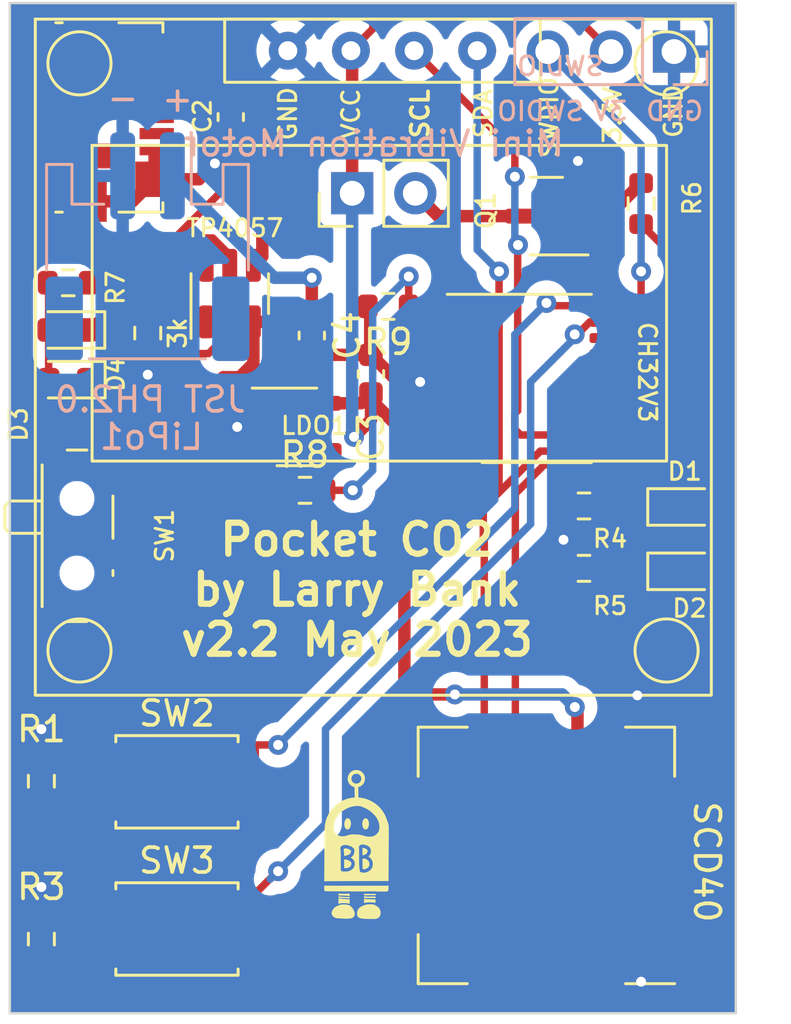
<source format=kicad_pcb>
(kicad_pcb (version 20221018) (generator pcbnew)
  (layers (0 "F.Cu" signal) (31 "B.Cu" signal) (34 "B.Paste" user) (35 "F.Paste" user) (36 "B.SilkS" user "B.Silkscreen") (37 "F.SilkS" user "F.Silkscreen") (38 "B.Mask" user) (39 "F.Mask" user) (44 "Edge.Cuts" user))
  (net 0 "")
  (net 1 "GND")
  (net 2 "+3V3")
  (net 3 "VBUS")
  (net 4 "Net-(LiPo1-Pin_1)")
  (net 5 "BATT_DIV")
  (net 7 "Net-(R1-Pad1)")
  (net 11 "Net-(Q1-G)")
  (net 13 "Net-(R3-Pad1)")
  (net 15 "Net-(D1-K)")
  (net 16 "Net-(D2-K)")
  (net 18 "Net-(CH32V3-PC1{slash}SDA1)")
  (net 19 "Net-(CH32V3-PC2{slash}SCL1)")
  (net 20 "Net-(CH32V3-PC3)")
  (net 21 "Net-(CH32V3-PC4)")
  (net 22 "Net-(CH32V3-PC5)")
  (net 25 "Net-(CH32V3-PD1{slash}SCL0)")
  (net 26 "Net-(CH32V3-PD2)")
  (net 27 "Net-(CH32V3-PD3)")
  (net 28 "Net-(LDO1-EN)")
  (net 30 "Net-(Q1-D)")
  (net 31 "Net-(TP4057-PROG)")
  (net 49 "Net-(D3-K)")
  (net 50 "Net-(D3-A)")
  (net 51 "Net-(D4-K)")
  (footprint "Resistor_SMD:R_0603_1608Metric" (layer "F.Cu") (at 148.4 68.4 180)
    (fp_text reference "R7" (at -1.9 -0.2 270) (layer "F.SilkS") (effects (font (size 0.7 0.7) (thickness 0.12) bold)))
    (fp_text value "2.2k")
    (pad "1" smd roundrect (at -0.825 0 180) (size 0.8 0.95) (layers "F.Cu" "F.Paste" "F.Mask") (net 3 "VBUS"))
    (pad "2" smd roundrect (at 0.825 0 180) (size 0.8 0.95) (layers "F.Cu" "F.Paste" "F.Mask") (net 50 "Net-(D3-A)"))
  )
  (footprint "LED_SMD:LED_0603_1608Metric" (layer "F.Cu") (at 173.2025 80.01)
    (fp_text reference "D2" (at 0.1975 1.49) (layer "F.SilkS") (effects (font (size 0.7 0.7) (thickness 0.12) bold)))
    (fp_text value "GREEN LED")
    (pad "1" smd roundrect (at -0.7875 0) (size 0.875 0.95) (layers "F.Cu" "F.Paste" "F.Mask") (net 16 "Net-(D2-K)"))
    (pad "2" smd roundrect (at 0.7875 0) (size 0.875 0.95) (layers "F.Cu" "F.Paste" "F.Mask") (net 20 "Net-(CH32V3-PC3)"))
  )
  (footprint "LED_SMD:LED_0603_1608Metric" (layer "F.Cu") (at 148.3875 70.3 180)
    (fp_text reference "D4" (at -1.9125 -1.8 270) (layer "F.SilkS") (effects (font (size 0.7 0.7) (thickness 0.12) bold)))
    (fp_text value "LED")
    (pad "1" smd roundrect (at -0.7875 0 180) (size 0.875 0.95) (layers "F.Cu" "F.Paste" "F.Mask") (net 51 "Net-(D4-K)"))
    (pad "2" smd roundrect (at 0.7875 0 180) (size 0.875 0.95) (layers "F.Cu" "F.Paste" "F.Mask") (net 50 "Net-(D3-A)"))
  )
  (footprint "Resistor_SMD:R_0603_1608Metric" (layer "F.Cu") (at 169.1525 77.38 180)
    (fp_text reference "R4" (at -1.0475 -1.32) (layer "F.SilkS") (effects (font (size 0.7 0.7) (thickness 0.12) bold)))
    (fp_text value "1k")
    (pad "1" smd roundrect (at -0.825 0 180) (size 0.8 0.95) (layers "F.Cu" "F.Paste" "F.Mask") (net 15 "Net-(D1-K)"))
    (pad "2" smd roundrect (at 0.825 0 180) (size 0.8 0.95) (layers "F.Cu" "F.Paste" "F.Mask") (net 1 "GND"))
  )
  (footprint "Package_TO_SOT_SMD:SOT-23-6" (layer "F.Cu") (at 154.9 68.8375 90)
    (fp_text reference "TP4057" (at 2.6375 0.2 180) (layer "F.SilkS") (effects (font (size 0.7 0.7) (thickness 0.12) bold)))
    (fp_text value "~")
    (pad "1" smd roundrect (at -1.1375 -0.95 90) (size 1.325 0.6) (layers "F.Cu" "F.Paste" "F.Mask") (net 49 "Net-(D3-K)"))
    (pad "2" smd roundrect (at -1.1375 0 90) (size 1.325 0.6) (layers "F.Cu" "F.Paste" "F.Mask") (net 1 "GND"))
    (pad "3" smd roundrect (at -1.1375 0.95 90) (size 1.325 0.6) (layers "F.Cu" "F.Paste" "F.Mask") (net 4 "Net-(LiPo1-Pin_1)"))
    (pad "4" smd roundrect (at 1.1375 0.95 90) (size 1.325 0.6) (layers "F.Cu" "F.Paste" "F.Mask") (net 3 "VBUS"))
    (pad "5" smd roundrect (at 1.1375 0 90) (size 1.325 0.6) (layers "F.Cu" "F.Paste" "F.Mask") (net 51 "Net-(D4-K)"))
    (pad "6" smd roundrect (at 1.1375 -0.95 90) (size 1.325 0.6) (layers "F.Cu" "F.Paste" "F.Mask") (net 31 "Net-(TP4057-PROG)"))
  )
  (footprint "LED_SMD:LED_0603_1608Metric" (layer "F.Cu") (at 173.2025 77.42)
    (fp_text reference "D1" (at 0 -1.43) (layer "F.SilkS") (effects (font (size 0.7 0.7) (thickness 0.12) bold)))
    (fp_text value "RED LED")
    (pad "1" smd roundrect (at -0.7875 0) (size 0.875 0.95) (layers "F.Cu" "F.Paste" "F.Mask") (net 15 "Net-(D1-K)"))
    (pad "2" smd roundrect (at 0.7875 0) (size 0.875 0.95) (layers "F.Cu" "F.Paste" "F.Mask") (net 21 "Net-(CH32V3-PC4)"))
  )
  (footprint "Capacitor_SMD:C_0603_1608Metric" (layer "F.Cu") (at 154.94 61.735 -90)
    (fp_text reference "C2" (at -0.035 1.14 90) (layer "F.SilkS") (effects (font (size 0.7 0.7) (thickness 0.12) bold)))
    (fp_text value "10uF")
    (pad "1" smd roundrect (at -0.775 0 270) (size 0.9 0.95) (layers "F.Cu" "F.Paste" "F.Mask") (net 3 "VBUS"))
    (pad "2" smd roundrect (at 0.775 0 270) (size 0.9 0.95) (layers "F.Cu" "F.Paste" "F.Mask") (net 1 "GND"))
  )
  (footprint "Sensor:Sensirion_SCD4x-1EP_10.1x10.1mm_P1.25mm_EP4.8x4.8mm" (layer "F.Cu") (at 167.64 91.44 180)
    (fp_text reference "SCD40" (at -6.46 -0.26 270 unlocked) (layer "F.SilkS"))
    (fp_text value "SCD41-D-R2")
    (pad "1" smd roundrect (at -4.15 -2.5 180) (size 1.9 0.85) (layers "F.Cu" "F.Paste" "F.Mask"))
    (pad "2" smd roundrect (at -4.15 -1.25 180) (size 1.9 0.85) (layers "F.Cu" "F.Paste" "F.Mask"))
    (pad "3" smd roundrect (at -4.15 0 180) (size 1.9 0.85) (layers "F.Cu" "F.Paste" "F.Mask"))
    (pad "4" smd roundrect (at -4.15 1.25 180) (size 1.9 0.85) (layers "F.Cu" "F.Paste" "F.Mask"))
    (pad "5" smd roundrect (at -4.15 2.5 180) (size 1.9 0.85) (layers "F.Cu" "F.Paste" "F.Mask"))
    (pad "6" smd roundrect (at -2.5 4.15 180) (size 0.85 1.9) (layers "F.Cu" "F.Paste" "F.Mask") (net 1 "GND"))
    (pad "7" smd roundrect (at -1.25 4.15 180) (size 0.85 1.9) (layers "F.Cu" "F.Paste" "F.Mask") (net 2 "+3V3"))
    (pad "8" smd roundrect (at 0 4.15 180) (size 0.85 1.9) (layers "F.Cu" "F.Paste" "F.Mask"))
    (pad "9" smd roundrect (at 1.25 4.15 180) (size 0.85 1.9) (layers "F.Cu" "F.Paste" "F.Mask") (net 19 "Net-(CH32V3-PC2{slash}SCL1)"))
    (pad "10" smd roundrect (at 2.5 4.15 180) (size 0.85 1.9) (layers "F.Cu" "F.Paste" "F.Mask") (net 18 "Net-(CH32V3-PC1{slash}SDA1)"))
    (pad "11" smd roundrect (at 4.15 2.5 180) (size 1.9 0.85) (layers "F.Cu" "F.Paste" "F.Mask"))
    (pad "12" smd roundrect (at 4.15 1.25 180) (size 1.9 0.85) (layers "F.Cu" "F.Paste" "F.Mask"))
    (pad "13" smd roundrect (at 4.15 0 180) (size 1.9 0.85) (layers "F.Cu" "F.Paste" "F.Mask"))
    (pad "14" smd roundrect (at 4.15 -1.25 180) (size 1.9 0.85) (layers "F.Cu" "F.Paste" "F.Mask"))
    (pad "15" smd roundrect (at 4.15 -2.5 180) (size 1.9 0.85) (layers "F.Cu" "F.Paste" "F.Mask"))
    (pad "16" smd roundrect (at 2.5 -4.15 180) (size 0.85 1.9) (layers "F.Cu" "F.Paste" "F.Mask"))
    (pad "17" smd roundrect (at 1.25 -4.15 180) (size 0.85 1.9) (layers "F.Cu" "F.Paste" "F.Mask"))
    (pad "18" smd roundrect (at 0 -4.15 180) (size 0.85 1.9) (layers "F.Cu" "F.Paste" "F.Mask"))
    (pad "19" smd roundrect (at -1.25 -4.15 180) (size 0.85 1.9) (layers "F.Cu" "F.Paste" "F.Mask") (net 2 "+3V3"))
    (pad "20" smd roundrect (at -2.5 -4.15 180) (size 0.85 1.9) (layers "F.Cu" "F.Paste" "F.Mask") (net 1 "GND"))
    (pad "21" smd rect (at 0 0 180) (size 4.8 4.8) (layers "F.Cu" "F.Mask") (net 1 "GND"))
  )
  (footprint "Resistor_SMD:R_0603_1608Metric" (layer "F.Cu") (at 151.6 70.425 90)
    (fp_text reference "R2" hide)
    (fp_text value "3k" (at 0 1.2 90) (layer "F.SilkS") (effects (font (size 0.7 0.7) (thickness 0.12) bold)))
    (pad "1" smd roundrect (at -0.825 0 90) (size 0.8 0.95) (layers "F.Cu" "F.Paste" "F.Mask") (net 1 "GND"))
    (pad "2" smd roundrect (at 0.825 0 90) (size 0.8 0.95) (layers "F.Cu" "F.Paste" "F.Mask") (net 31 "Net-(TP4057-PROG)"))
  )
  (footprint "Resistor_SMD:R_0603_1608Metric" (layer "F.Cu") (at 157.925 76.75)
    (fp_text reference "R8" (at 0 -1.43) (layer "F.SilkS"))
    (fp_text value "470K")
    (pad "1" smd roundrect (at -0.825 0) (size 0.8 0.95) (layers "F.Cu" "F.Paste" "F.Mask") (net 28 "Net-(LDO1-EN)"))
    (pad "2" smd roundrect (at 0.825 0) (size 0.8 0.95) (layers "F.Cu" "F.Paste" "F.Mask") (net 5 "BATT_DIV"))
  )
  (footprint "Resistor_SMD:R_0603_1608Metric" (layer "F.Cu") (at 147.32 94.805 90)
    (fp_text reference "R3" (at 2.095 0 180) (layer "F.SilkS"))
    (fp_text value "10k")
    (pad "1" smd roundrect (at -0.825 0 90) (size 0.8 0.95) (layers "F.Cu" "F.Paste" "F.Mask") (net 13 "Net-(R3-Pad1)"))
    (pad "2" smd roundrect (at 0.825 0 90) (size 0.8 0.95) (layers "F.Cu" "F.Paste" "F.Mask") (net 1 "GND"))
  )
  (footprint "Package_TO_SOT_SMD:SOT-23" (layer "F.Cu") (at 167.64 65.72 180)
    (fp_text reference "Q1" (at 2.44 0.22 270) (layer "F.SilkS") (effects (font (size 0.75 0.75) (thickness 0.12))))
    (fp_text value "AO3400A")
    (pad "1" smd roundrect (at -0.9375 -0.95 180) (size 1.475 0.6) (layers "F.Cu" "F.Paste" "F.Mask") (net 11 "Net-(Q1-G)"))
    (pad "2" smd roundrect (at -0.9375 0.95 180) (size 1.475 0.6) (layers "F.Cu" "F.Paste" "F.Mask") (net 1 "GND"))
    (pad "3" smd roundrect (at 0.9375 0 180) (size 1.475 0.6) (layers "F.Cu" "F.Paste" "F.Mask") (net 30 "Net-(Q1-D)"))
  )
  (footprint "Resistor_SMD:R_0603_1608Metric" (layer "F.Cu") (at 161.275 69.35 180)
    (fp_text reference "R9" (at 0 -1.43) (layer "F.SilkS"))
    (fp_text value "470K")
    (pad "1" smd roundrect (at -0.825 0 180) (size 0.8 0.95) (layers "F.Cu" "F.Paste" "F.Mask") (net 5 "BATT_DIV"))
    (pad "2" smd roundrect (at 0.825 0 180) (size 0.8 0.95) (layers "F.Cu" "F.Paste" "F.Mask") (net 1 "GND"))
  )
  (footprint "Resistor_SMD:R_0603_1608Metric" (layer "F.Cu") (at 169.1525 79.89 180)
    (fp_text reference "R5" (at -1.0475 -1.51) (layer "F.SilkS") (effects (font (size 0.7 0.7) (thickness 0.12) bold)))
    (fp_text value "1k")
    (pad "1" smd roundrect (at -0.825 0 180) (size 0.8 0.95) (layers "F.Cu" "F.Paste" "F.Mask") (net 16 "Net-(D2-K)"))
    (pad "2" smd roundrect (at 0.825 0 180) (size 0.8 0.95) (layers "F.Cu" "F.Paste" "F.Mask") (net 1 "GND"))
  )
  (footprint "Connector_USB:USB_Micro-B_Molex_47346-0001" (layer "F.Cu") (at 150.5 61.75 -90)
    (fp_text reference "USB1" hide)
    (fp_text value "USB_B_Micro" hide)
    (pad "1" smd rect (at -1.3 -1.46 270) (size 0.45 1.38) (layers "F.Cu" "F.Paste" "F.Mask") (net 3 "VBUS"))
    (pad "2" smd rect (at -0.65 -1.46 270) (size 0.45 1.38) (layers "F.Cu" "F.Paste" "F.Mask"))
    (pad "3" smd rect (at 0 -1.46 270) (size 0.45 1.38) (layers "F.Cu" "F.Paste" "F.Mask"))
    (pad "4" smd rect (at 0.65 -1.46 270) (size 0.45 1.38) (layers "F.Cu" "F.Paste" "F.Mask"))
    (pad "5" smd rect (at 1.3 -1.46 270) (size 0.45 1.38) (layers "F.Cu" "F.Paste" "F.Mask") (net 1 "GND"))
    (pad "6" smd rect (at -3.375 1.2 270) (size 1.65 1.3) (layers "F.Cu" "F.Paste" "F.Mask") (net 1 "GND"))
    (pad "6" smd rect (at -2.4875 -1.375 270) (size 1.425 1.55) (layers "F.Cu" "F.Paste" "F.Mask") (net 1 "GND"))
    (pad "6" smd rect (at -1.15 1.2 270) (size 1.8 1.9) (layers "F.Cu" "F.Paste" "F.Mask") (net 1 "GND"))
    (pad "6" smd rect (at 1.55 1.2 270) (size 1 1.9) (layers "F.Cu" "F.Paste" "F.Mask") (net 1 "GND"))
    (pad "6" smd rect (at 2.4875 -1.375 270) (size 1.425 1.55) (layers "F.Cu" "F.Paste" "F.Mask") (net 1 "GND"))
    (pad "6" smd rect (at 3.375 1.2 270) (size 1.65 1.3) (layers "F.Cu" "F.Paste" "F.Mask") (net 1 "GND"))
  )
  (footprint "Button_Switch_SMD:SW_SPST_EVQP2" (layer "F.Cu") (at 152.775 94.4)
    (fp_text reference "SW3" (at 0 -2.75) (layer "F.SilkS"))
    (fp_text value "SW_Push")
    (pad "1" smd rect (at -2.575 -0.85) (size 1.45 1) (layers "F.Cu" "F.Paste" "F.Mask") (net 26 "Net-(CH32V3-PD2)"))
    (pad "1" smd rect (at 2.575 -0.85) (size 1.45 1) (layers "F.Cu" "F.Paste" "F.Mask") (net 26 "Net-(CH32V3-PD2)"))
    (pad "2" smd rect (at -2.575 0.85) (size 1.45 1) (layers "F.Cu" "F.Paste" "F.Mask") (net 13 "Net-(R3-Pad1)"))
    (pad "2" smd rect (at 2.575 0.85) (size 1.45 1) (layers "F.Cu" "F.Paste" "F.Mask") (net 13 "Net-(R3-Pad1)"))
  )
  (footprint "Connector_PinHeader_2.54mm:PinHeader_1x02_P2.54mm_Vertical" (layer "F.Cu") (at 159.825 64.8 90)
    (fp_text reference "VIB1" hide)
    (fp_text value "Mini Vibration Motor" (at 2 0.875 180) (layer "B.SilkS") (effects (justify mirror)))
    (pad "1" thru_hole rect (at 0 0 90) (size 1.7 1.7) (drill 1) (layers "*.Cu" "*.Mask") (net 2 "+3V3"))
    (pad "2" thru_hole oval (at 0 2.54 90) (size 1.7 1.7) (drill 1) (layers "*.Cu" "*.Mask") (net 30 "Net-(Q1-D)"))
  )
  (footprint "LED_SMD:LED_0603_1608Metric" (layer "F.Cu") (at 148.4 72.3 180)
    (fp_text reference "D3" (at 2 -1.8 90) (layer "F.SilkS") (effects (font (size 0.7 0.7) (thickness 0.12) bold)))
    (fp_text value "LED")
    (pad "1" smd roundrect (at -0.7875 0 180) (size 0.875 0.95) (layers "F.Cu" "F.Paste" "F.Mask") (net 49 "Net-(D3-K)"))
    (pad "2" smd roundrect (at 0.7875 0 180) (size 0.875 0.95) (layers "F.Cu" "F.Paste" "F.Mask") (net 50 "Net-(D3-A)"))
  )
  (footprint "LOGO" (layer "F.Cu") (at 160 91)
    (fp_text reference "G***" hide)
    (fp_text value "LOGO" hide)
  )
  (footprint "Display:SSD1306_128x64_I2C" (layer "F.Cu") (at 147.075 57.795)
    (fp_text reference "OLED1" hide)
    (fp_text value "OLED_12864_I2C" hide)
    (fp_text user "GND" (at 10.16 3.805 90 unlocked) (layer "F.SilkS") (effects (font (size 0.7 0.7) (thickness 0.12))))
    (fp_text user "SCL" (at 15.485 3.805 90 unlocked) (layer "F.SilkS") (effects (font (size 0.7 0.7))))
    (fp_text user "VCC" (at 12.7 3.805 90 unlocked) (layer "F.SilkS") (effects (font (size 0.7 0.7) (thickness 0.12))))
    (fp_text user "SDA" (at 18.025 3.805 90 unlocked) (layer "F.SilkS") (effects (font (size 0.7 0.7) (thickness 0.12))))
    (pad "1" thru_hole circle (at 10.16 1.27 90) (size 1.524 1.524) (drill 0.762) (layers "*.Cu" "*.Mask") (net 1 "GND"))
    (pad "2" thru_hole circle (at 12.7 1.27 90) (size 1.524 1.524) (drill 0.762) (layers "*.Cu" "*.Mask") (net 2 "+3V3"))
    (pad "3" thru_hole circle (at 15.24 1.27 90) (size 1.524 1.524) (drill 0.762) (layers "*.Cu" "*.Mask") (net 19 "Net-(CH32V3-PC2{slash}SCL1)"))
    (pad "4" thru_hole circle (at 17.78 1.27 90) (size 1.524 1.524) (drill 0.762) (layers "*.Cu" "*.Mask") (net 18 "Net-(CH32V3-PC1{slash}SDA1)"))
  )
  (footprint "Resistor_SMD:R_0603_1608Metric" (layer "F.Cu") (at 171.45 65.215 90)
    (fp_text reference "R6" (at 0.215 2.05 90) (layer "F.SilkS") (effects (font (size 0.7 0.7) (thickness 0.12) bold)))
    (fp_text value "1k")
    (pad "1" smd roundrect (at -0.825 0 90) (size 0.8 0.95) (layers "F.Cu" "F.Paste" "F.Mask") (net 22 "Net-(CH32V3-PC5)"))
    (pad "2" smd roundrect (at 0.825 0 90) (size 0.8 0.95) (layers "F.Cu" "F.Paste" "F.Mask") (net 11 "Net-(Q1-G)"))
  )
  (footprint "Button_Switch_SMD:SW_SPDT_PCM12" (layer "F.Cu") (at 149.08 78.58 -90)
    (fp_text reference "SW1" (at 0 -3.2 90) (layer "F.SilkS") (effects (font (size 0.7 0.7) (thickness 0.12) bold)))
    (fp_text value "SW_SPDT" hide)
    (pad "" smd rect (at -3.65 -0.78 270) (size 1 0.8) (layers "F.Cu" "F.Paste" "F.Mask"))
    (pad "" smd rect (at -3.65 1.43 270) (size 1 0.8) (layers "F.Cu" "F.Paste" "F.Mask"))
    (pad "" np_thru_hole circle (at -1.5 0.33 270) (size 0.9 0.9) (drill 0.9) (layers "*.Cu" "*.Mask"))
    (pad "" np_thru_hole circle (at 1.5 0.33 270) (size 0.9 0.9) (drill 0.9) (layers "*.Cu" "*.Mask"))
    (pad "" smd rect (at 3.65 -0.78 270) (size 1 0.8) (layers "F.Cu" "F.Paste" "F.Mask"))
    (pad "" smd rect (at 3.65 1.43 270) (size 1 0.8) (layers "F.Cu" "F.Paste" "F.Mask"))
    (pad "1" smd rect (at -2.25 -1.43 270) (size 0.7 1.5) (layers "F.Cu" "F.Paste" "F.Mask") (net 4 "Net-(LiPo1-Pin_1)"))
    (pad "2" smd rect (at 0.75 -1.43 270) (size 0.7 1.5) (layers "F.Cu" "F.Paste" "F.Mask") (net 28 "Net-(LDO1-EN)"))
    (pad "3" smd rect (at 2.25 -1.43 270) (size 0.7 1.5) (layers "F.Cu" "F.Paste" "F.Mask"))
  )
  (footprint "Button_Switch_SMD:SW_SPST_EVQP2" (layer "F.Cu") (at 152.775 88.48)
    (fp_text reference "SW2" (at 0 -2.75) (layer "F.SilkS"))
    (fp_text value "SW_Push")
    (pad "1" smd rect (at -2.575 -0.85) (size 1.45 1) (layers "F.Cu" "F.Paste" "F.Mask") (net 27 "Net-(CH32V3-PD3)"))
    (pad "1" smd rect (at 2.575 -0.85) (size 1.45 1) (layers "F.Cu" "F.Paste" "F.Mask") (net 27 "Net-(CH32V3-PD3)"))
    (pad "2" smd rect (at -2.575 0.85) (size 1.45 1) (layers "F.Cu" "F.Paste" "F.Mask") (net 7 "Net-(R1-Pad1)"))
    (pad "2" smd rect (at 2.575 0.85) (size 1.45 1) (layers "F.Cu" "F.Paste" "F.Mask") (net 7 "Net-(R1-Pad1)"))
  )
  (footprint "Package_SO:TSSOP-20_4.4x6.5mm_P0.65mm" (layer "F.Cu") (at 167.25 72.25)
    (fp_text reference "CH32V3" (at 4.45 -0.25 270 unlocked) (layer "F.SilkS") (effects (font (size 0.7 0.7) (thickness 0.12))))
    (fp_text value "CH32V003_TSSOP20" hide)
    (pad "1" smd roundrect (at -2.8625 -2.925) (size 1.475 0.4) (layers "F.Cu" "F.Paste" "F.Mask") (net 5 "BATT_DIV"))
    (pad "2" smd roundrect (at -2.8625 -2.275) (size 1.475 0.4) (layers "F.Cu" "F.Paste" "F.Mask"))
    (pad "3" smd roundrect (at -2.8625 -1.625) (size 1.475 0.4) (layers "F.Cu" "F.Paste" "F.Mask"))
    (pad "4" smd roundrect (at -2.8625 -0.975) (size 1.475 0.4) (layers "F.Cu" "F.Paste" "F.Mask"))
    (pad "5" smd roundrect (at -2.8625 -0.325) (size 1.475 0.4) (layers "F.Cu" "F.Paste" "F.Mask"))
    (pad "6" smd roundrect (at -2.8625 0.325) (size 1.475 0.4) (layers "F.Cu" "F.Paste" "F.Mask"))
    (pad "7" smd roundrect (at -2.8625 0.975) (size 1.475 0.4) (layers "F.Cu" "F.Paste" "F.Mask") (net 1 "GND"))
    (pad "8" smd roundrect (at -2.8625 1.625) (size 1.475 0.4) (layers "F.Cu" "F.Paste" "F.Mask"))
    (pad "9" smd roundrect (at -2.8625 2.275) (size 1.475 0.4) (layers "F.Cu" "F.Paste" "F.Mask") (net 2 "+3V3"))
    (pad "10" smd roundrect (at -2.8625 2.925) (size 1.475 0.4) (layers "F.Cu" "F.Paste" "F.Mask"))
    (pad "11" smd roundrect (at 2.8625 2.925) (size 1.475 0.4) (layers "F.Cu" "F.Paste" "F.Mask") (net 18 "Net-(CH32V3-PC1{slash}SDA1)"))
    (pad "12" smd roundrect (at 2.8625 2.275) (size 1.475 0.4) (layers "F.Cu" "F.Paste" "F.Mask") (net 19 "Net-(CH32V3-PC2{slash}SCL1)"))
    (pad "13" smd roundrect (at 2.8625 1.625) (size 1.475 0.4) (layers "F.Cu" "F.Paste" "F.Mask") (net 20 "Net-(CH32V3-PC3)"))
    (pad "14" smd roundrect (at 2.8625 0.975) (size 1.475 0.4) (layers "F.Cu" "F.Paste" "F.Mask") (net 21 "Net-(CH32V3-PC4)"))
    (pad "15" smd roundrect (at 2.8625 0.325) (size 1.475 0.4) (layers "F.Cu" "F.Paste" "F.Mask") (net 22 "Net-(CH32V3-PC5)"))
    (pad "16" smd roundrect (at 2.8625 -0.325) (size 1.475 0.4) (layers "F.Cu" "F.Paste" "F.Mask"))
    (pad "17" smd roundrect (at 2.8625 -0.975) (size 1.475 0.4) (layers "F.Cu" "F.Paste" "F.Mask"))
    (pad "18" smd roundrect (at 2.8625 -1.625) (size 1.475 0.4) (layers "F.Cu" "F.Paste" "F.Mask") (net 25 "Net-(CH32V3-PD1{slash}SCL0)"))
    (pad "19" smd roundrect (at 2.8625 -2.275) (size 1.475 0.4) (layers "F.Cu" "F.Paste" "F.Mask") (net 26 "Net-(CH32V3-PD2)"))
    (pad "20" smd roundrect (at 2.8625 -2.925) (size 1.475 0.4) (layers "F.Cu" "F.Paste" "F.Mask") (net 27 "Net-(CH32V3-PD3)"))
  )
  (footprint "Capacitor_SMD:C_0603_1608Metric" (layer "F.Cu") (at 158.2 70.525 -90)
    (fp_text reference "C4" (at 0 -1.43 90) (layer "F.SilkS"))
    (fp_text value "10uF")
    (pad "1" smd roundrect (at -0.775 0 270) (size 0.9 0.95) (layers "F.Cu" "F.Paste" "F.Mask") (net 4 "Net-(LiPo1-Pin_1)"))
    (pad "2" smd roundrect (at 0.775 0 270) (size 0.9 0.95) (layers "F.Cu" "F.Paste" "F.Mask") (net 1 "GND"))
  )
  (footprint "Package_TO_SOT_SMD:SOT-23-5" (layer "F.Cu") (at 157.6 74.2)
    (fp_text reference "LDO1" (at 0.7 -0.05) (layer "F.SilkS") (effects (font (size 0.7 0.7) (thickness 0.12) bold)))
    (fp_text value "AP2127K-3.3" hide)
    (pad "1" smd roundrect (at -1.1375 -0.95) (size 1.325 0.6) (layers "F.Cu" "F.Paste" "F.Mask") (net 28 "Net-(LDO1-EN)"))
    (pad "2" smd roundrect (at -1.1375 0) (size 1.325 0.6) (layers "F.Cu" "F.Paste" "F.Mask") (net 1 "GND"))
    (pad "3" smd roundrect (at -1.1375 0.95) (size 1.325 0.6) (layers "F.Cu" "F.Paste" "F.Mask") (net 28 "Net-(LDO1-EN)"))
    (pad "4" smd roundrect (at 1.1375 0.95) (size 1.325 0.6) (layers "F.Cu" "F.Paste" "F.Mask"))
    (pad "5" smd roundrect (at 1.1375 -0.95) (size 1.325 0.6) (layers "F.Cu" "F.Paste" "F.Mask") (net 2 "+3V3"))
  )
  (footprint "Capacitor_SMD:C_0603_1608Metric" (layer "F.Cu") (at 160.58 72.075 90)
    (fp_text reference "C3" (at -2.54 0 90) (layer "F.SilkS"))
    (fp_text value "100n")
    (pad "1" smd roundrect (at -0.775 0 90) (size 0.9 0.95) (layers "F.Cu" "F.Paste" "F.Mask") (net 2 "+3V3"))
    (pad "2" smd roundrect (at 0.775 0 90) (size 0.9 0.95) (layers "F.Cu" "F.Paste" "F.Mask") (net 1 "GND"))
  )
  (footprint "Resistor_SMD:R_0603_1608Metric" (layer "F.Cu") (at 147.32 88.455 90)
    (fp_text reference "R1" (at 2.095 0 180) (layer "F.SilkS"))
    (fp_text value "10k")
    (pad "1" smd roundrect (at -0.825 0 90) (size 0.8 0.95) (layers "F.Cu" "F.Paste" "F.Mask") (net 7 "Net-(R1-Pad1)"))
    (pad "2" smd roundrect (at 0.825 0 90) (size 0.8 0.95) (layers "F.Cu" "F.Paste" "F.Mask") (net 1 "GND"))
  )
  (footprint "Connector_PinHeader_2.54mm:PinHeader_1x03_P2.54mm_Vertical" (layer "B.Cu") (at 172.775 59.1 90)
    (fp_text reference "PROG1" hide)
    (fp_text value "Progammer")
    (pad "1" thru_hole rect (at 0 0 90) (size 1.7 1.7) (drill 1) (layers "*.Cu" "*.Mask") (net 1 "GND"))
    (pad "2" thru_hole oval (at 0 -2.54 90) (size 1.7 1.7) (drill 1) (layers "*.Cu" "*.Mask") (net 2 "+3V3"))
    (pad "3" thru_hole oval (at 0 -5.08 90) (size 1.7 1.7) (drill 1) (layers "*.Cu" "*.Mask") (net 25 "Net-(CH32V3-PD1{slash}SCL0)"))
  )
  (footprint "Connector_JST:JST_PH_S2B-PH-SM4-TB_1x02-1MP_P2.00mm_Horizontal" (layer "B.Cu") (at 151.59 66.95 180)
    (fp_text reference "LiPo1" (at -0.16 -7.65) (layer "B.SilkS") (effects (justify mirror)))
    (fp_text value "JST PH2.0" (at -0.11 -6.15) (layer "B.SilkS") (effects (justify mirror)))
    (pad "1" smd roundrect (at -1 2.85 180) (size 1 3.5) (layers "B.Cu" "B.Paste" "B.Mask") (net 4 "Net-(LiPo1-Pin_1)"))
    (pad "2" smd roundrect (at 1 2.85 180) (size 1 3.5) (layers "B.Cu" "B.Paste" "B.Mask") (net 1 "GND"))
    (pad "MP" smd roundrect (at -3.35 -2.9 180) (size 1.5 3.4) (layers "B.Cu" "B.Paste" "B.Mask") (roundrect_rratio 0.1666673333))
    (pad "MP" smd roundrect (at 3.35 -2.9 180) (size 1.5 3.4) (layers "B.Cu" "B.Paste" "B.Mask") (roundrect_rratio 0.1666673333))
  )
  (gr_rect (start 146.05 57.15) (end 175.26 97.79) (stroke (width 0.1)) (fill none) (layer "Edge.Cuts"))
  (gr_text "+" (at 152.8 61.15 180) (layer "B.SilkS") (effects (font (size 1 1)) (justify mirror)))
  (gr_text "SWDIO" (at 167.4 61.5) (layer "B.SilkS") (effects (font (size 0.75 0.75) (thickness 0.125)) (justify mirror)))
  (gr_text "GND" (at 172.8 61.5) (layer "B.SilkS") (effects (font (size 0.75 0.75) (thickness 0.125)) (justify mirror)))
  (gr_text "-" (at 150.6 61.1 180) (layer "B.SilkS") (effects (font (size 1 1)) (justify mirror)))
  (gr_text "SWDIO" (at 168.2 59.69) (layer "B.SilkS") (effects (font (size 0.75 0.75) (thickness 0.125)) (justify mirror)))
  (gr_text "3V" (at 170.2 61.5) (layer "B.SilkS") (effects (font (size 0.75 0.75) (thickness 0.125)) (justify mirror)))
  (gr_text "SWDIO" (at 167.75 61.75 90) (layer "F.SilkS") (effects (font (size 0.7 0.7) (thickness 0.12))))
  (gr_text "3.3V" (at 170.3 61.65 90) (layer "F.SilkS") (effects (font (size 0.7 0.7) (thickness 0.12))))
  (gr_text "Pocket CO2\nby Larry Bank\nv2.2 May 2023" (at 160.02 80.75) (layer "F.SilkS") (effects (font (size 1.25 1.25) (thickness 0.25))))
  (gr_text "GND" (at 172.75 61.5 90) (layer "F.SilkS") (effects (font (size 0.7 0.7) (thickness 0.12))))
  (segment (start 170.14 95.59) (end 170.14 93.94) (width 0.5) (layer "F.Cu") (net 1))
  (segment (start 149.3 58.375) (end 150.9875 58.375) (width 0.5) (layer "F.Cu") (net 1))
  (segment (start 149.3 65.125) (end 150.9875 65.125) (width 0.5) (layer "F.Cu") (net 1))
  (segment (start 147.32 93.98) (end 147.32 92.71) (width 0.5) (layer "F.Cu") (net 1))
  (segment (start 154.9 70.394607) (end 154.044607 71.25) (width 0.3) (layer "F.Cu") (net 1))
  (segment (start 168.5775 64.77) (end 168.5775 63.8325) (width 0.5) (layer "F.Cu") (net 1))
  (segment (start 150.9875 65.125) (end 151.875 64.2375) (width 0.5) (layer "F.Cu") (net 1))
  (segment (start 163.395 73.225) (end 162.56 72.39) (width 0.5) (layer "F.Cu") (net 1))
  (segment (start 158.2 71.3) (end 160.58 71.3) (width 0.5) (layer "F.Cu") (net 1))
  (segment (start 147.32 87.63) (end 147.32 86.36) (width 0.5) (layer "F.Cu") (net 1))
  (segment (start 151.935 63.075) (end 151.96 63.075) (width 0.5) (layer "F.Cu") (net 1))
  (segment (start 167.64 91.44) (end 170.14 88.94) (width 0.5) (layer "F.Cu") (net 1))
  (segment (start 170.14 93.94) (end 167.64 91.44) (width 0.5) (layer "F.Cu") (net 1))
  (segment (start 149.3 65.125) (end 149.3 63.3) (width 0.5) (layer "F.Cu") (net 1))
  (segment (start 151.6 71.25) (end 151.6 72.1) (width 0.3) (layer "F.Cu") (net 1))
  (segment (start 168.5775 63.8325) (end 168.91 63.5) (width 0.5) (layer "F.Cu") (net 1))
  (segment (start 162.56 72.39) (end 161.67 72.39) (width 0.5) (layer "F.Cu") (net 1))
  (segment (start 154.9 69.975) (end 154.9 70.394607) (width 0.3) (layer "F.Cu") (net 1))
  (segment (start 149.3 63.3) (end 149.3 60.6) (width 0.5) (layer "F.Cu") (net 1))
  (segment (start 156.4625 74.2) (end 155.2 74.2) (width 0.5) (layer "F.Cu") (net 1))
  (segment (start 151.875 63.135) (end 151.935 63.075) (width 0.5) (layer "F.Cu") (net 1))
  (segment (start 154.94 62.96) (end 154.3 63.6) (width 0.5) (layer "F.Cu") (net 1))
  (segment (start 154.044607 71.25) (end 151.6 71.25) (width 0.3) (layer "F.Cu") (net 1))
  (segment (start 161.67 72.39) (end 160.58 71.3) (width 0.5) (layer "F.Cu") (net 1))
  (segment (start 153.6625 64.2375) (end 154.3 63.6) (width 0.5) (layer "F.Cu") (net 1))
  (segment (start 149.3 58.375) (end 149.3 60.6) (width 0.5) (layer "F.Cu") (net 1))
  (segment (start 164.3875 73.225) (end 163.395 73.225) (width 0.5) (layer "F.Cu") (net 1))
  (segment (start 151.875 64.2375) (end 151.875 63.135) (width 0.5) (layer "F.Cu") (net 1))
  (segment (start 170.14 88.94) (end 170.14 87.29) (width 0.5) (layer "F.Cu") (net 1))
  (segment (start 151.875 64.2375) (end 153.6625 64.2375) (width 0.5) (layer "F.Cu") (net 1))
  (segment (start 170.14 95.44) (end 170.37 95.44) (width 0.5) (layer "F.Cu") (net 1))
  (segment (start 160.45 69.35) (end 160.45 71.17) (width 0.3) (layer "F.Cu") (net 1))
  (segment (start 170.14 86.16) (end 171.3 85) (width 0.5) (layer "F.Cu") (net 1))
  (segment (start 170.14 95.59) (end 170.52 95.59) (width 0.5) (layer "F.Cu") (net 1))
  (segment (start 170.52 95.59) (end 171.45 96.52) (width 0.5) (layer "F.Cu") (net 1))
  (segment (start 150.9875 58.375) (end 151.875 59.2625) (width 0.5) (layer "F.Cu") (net 1))
  (segment (start 154.94 62.51) (end 154.94 62.96) (width 0.5) (layer "F.Cu") (net 1))
  (segment (start 160.45 71.17) (end 160.58 71.3) (width 0.3) (layer "F.Cu") (net 1))
  (segment (start 168.3275 79.89) (end 168.3275 77.38) (width 0.5) (layer "F.Cu") (net 1))
  (segment (start 170.14 87.29) (end 170.14 86.16) (width 0.5) (layer "F.Cu") (net 1))
  (via (at 171.3 85) (size 0.8) (drill 0.4) (layers "F.Cu" "B.Cu") (net 1))
  (via (at 171.45 96.52) (size 0.8) (drill 0.4) (layers "F.Cu" "B.Cu") (net 1))
  (via (at 155.2 74.2) (size 0.8) (drill 0.4) (layers "F.Cu" "B.Cu") (net 1))
  (via (at 147.32 92.71) (size 0.8) (drill 0.4) (layers "F.Cu" "B.Cu") (net 1))
  (via (at 151.6 72.1) (size 0.8) (drill 0.4) (layers "F.Cu" "B.Cu") (net 1))
  (via (at 168.91 63.5) (size 0.8) (drill 0.4) (layers "F.Cu" "B.Cu") (net 1))
  (via (at 154.3 63.6) (size 0.8) (drill 0.4) (layers "F.Cu" "B.Cu") (net 1))
  (via (at 147.32 86.36) (size 0.8) (drill 0.4) (layers "F.Cu" "B.Cu") (net 1))
  (via (at 162.56 72.39) (size 0.8) (drill 0.4) (layers "F.Cu" "B.Cu") (net 1))
  (via (at 168.3275 78.74) (size 0.8) (drill 0.4) (layers "F.Cu" "B.Cu") (net 1))
  (segment (start 161.925 79.375) (end 161.925 84.963) (width 0.5) (layer "F.Cu") (net 2))
  (segment (start 161.925 97.155) (end 161.925 86.36) (width 0.5) (layer "F.Cu") (net 2))
  (segment (start 161.14 57.3) (end 160.655 57.785) (width 0.3) (layer "F.Cu") (net 2))
  (segment (start 159.825 59.115) (end 159.775 59.065) (width 0.5) (layer "F.Cu") (net 2))
  (segment (start 162.31 97.54) (end 161.925 97.155) (width 0.5) (layer "F.Cu") (net 2))
  (segment (start 161.925 84.963) (end 161.925 86.36) (width 0.5) (layer "F.Cu") (net 2))
  (segment (start 168.89 97.175) (end 168.525 97.54) (width 0.5) (layer "F.Cu") (net 2))
  (segment (start 160.655 58.185) (end 159.775 59.065) (width 0.3) (layer "F.Cu") (net 2))
  (segment (start 161.76 79.21) (end 161.925 79.375) (width 0.5) (layer "F.Cu") (net 2))
  (segment (start 158.7375 73.25) (end 160.18 73.25) (width 0.5) (layer "F.Cu") (net 2))
  (segment (start 168.89 87.29) (end 168.89 85.578) (width 0.5) (layer "F.Cu") (net 2))
  (segment (start 170.235 59.1) (end 168.435 57.3) (width 0.3) (layer "F.Cu") (net 2))
  (segment (start 159.825 64.8) (end 159.825 59.115) (width 0.5) (layer "F.Cu") (net 2))
  (segment (start 160.58 72.85) (end 160.58 73.105) (width 0.5) (layer "F.Cu") (net 2))
  (segment (start 160.58 73.105) (end 162 74.525) (width 0.5) (layer "F.Cu") (net 2))
  (segment (start 168.525 97.54) (end 162.31 97.54) (width 0.5) (layer "F.Cu") (net 2))
  (segment (start 160.18 73.25) (end 160.58 72.85) (width 0.5) (layer "F.Cu") (net 2))
  (segment (start 168.89 95.59) (end 168.89 97.175) (width 0.5) (layer "F.Cu") (net 2))
  (segment (start 160.655 57.785) (end 160.655 58.185) (width 0.3) (layer "F.Cu") (net 2))
  (segment (start 161.76 79.21) (end 161.76 74.765) (width 0.5) (layer "F.Cu") (net 2))
  (segment (start 160.58 72.85) (end 160.58 73.92) (width 0.5) (layer "F.Cu") (net 2))
  (segment (start 164.3875 74.525) (end 162 74.525) (width 0.5) (layer "F.Cu") (net 2))
  (segment (start 161.925 84.963) (end 163.957 84.963) (width 0.5) (layer "F.Cu") (net 2))
  (segment (start 168.89 85.578) (end 168.783 85.471) (width 0.5) (layer "F.Cu") (net 2))
  (segment (start 162 74.525) (end 161.76 74.765) (width 0.5) (layer "F.Cu") (net 2))
  (segment (start 160.58 73.92) (end 159.9 74.6) (width 0.5) (layer "F.Cu") (net 2))
  (segment (start 168.435 57.3) (end 161.14 57.3) (width 0.3) (layer "F.Cu") (net 2))
  (via (at 159.9 74.6) (size 0.8) (drill 0.4) (layers "F.Cu" "B.Cu") (net 2))
  (via (at 168.783 85.471) (size 0.8) (drill 0.4) (layers "F.Cu" "B.Cu") (net 2))
  (via (at 163.957 84.963) (size 0.8) (drill 0.4) (layers "F.Cu" "B.Cu") (net 2))
  (segment (start 168.275 84.963) (end 168.783 85.471) (width 0.5) (layer "B.Cu") (net 2))
  (segment (start 159.825 74.525) (end 159.9 74.6) (width 0.5) (layer "B.Cu") (net 2))
  (segment (start 159.825 64.8) (end 159.825 74.525) (width 0.5) (layer "B.Cu") (net 2))
  (segment (start 163.957 84.963) (end 168.275 84.963) (width 0.5) (layer "B.Cu") (net 2))
  (segment (start 156.21 63.078528) (end 156.21 63) (width 0.3) (layer "F.Cu") (net 3))
  (segment (start 156.21 67.34) (end 155.85 67.7) (width 0.5) (layer "F.Cu") (net 3))
  (segment (start 154.94 60.96) (end 156.21 62.23) (width 0.5) (layer "F.Cu") (net 3))
  (segment (start 149.225 68.4) (end 150.888528 68.4) (width 0.3) (layer "F.Cu") (net 3))
  (segment (start 154.94 60.96) (end 154.405 60.425) (width 0.5) (layer "F.Cu") (net 3))
  (segment (start 156.21 63) (end 156.21 67.34) (width 0.5) (layer "F.Cu") (net 3))
  (segment (start 150.888528 68.4) (end 156.21 63.078528) (width 0.3) (layer "F.Cu") (net 3))
  (segment (start 154.405 60.425) (end 151.96 60.425) (width 0.5) (layer "F.Cu") (net 3))
  (segment (start 156.21 62.23) (end 156.21 63) (width 0.5) (layer "F.Cu") (net 3))
  (segment (start 149.225 68.4) (end 149.4 68.4) (width 0.3) (layer "F.Cu") (net 3))
  (segment (start 154.64 72.2) (end 155.3 72.2) (width 0.5) (layer "F.Cu") (net 4))
  (segment (start 158.2 69.75) (end 158.2 68.2) (width 0.5) (layer "F.Cu") (net 4))
  (segment (start 155.85 71.65) (end 155.85 69.975) (width 0.5) (layer "F.Cu") (net 4))
  (segment (start 155.3 72.2) (end 155.85 71.65) (width 0.5) (layer "F.Cu") (net 4))
  (segment (start 155.85 69.975) (end 157.975 69.975) (width 0.5) (layer "F.Cu") (net 4))
  (segment (start 157.975 69.975) (end 158.2 69.75) (width 0.5) (layer "F.Cu") (net 4))
  (segment (start 150.51 76.33) (end 154.64 72.2) (width 0.5) (layer "F.Cu") (net 4))
  (via (at 158.2 68.2) (size 0.8) (drill 0.4) (layers "F.Cu" "B.Cu") (net 4))
  (segment (start 156.69 68.2) (end 158.2 68.2) (width 0.5) (layer "B.Cu") (net 4))
  (segment (start 152.59 64.1) (end 156.69 68.2) (width 0.5) (layer "B.Cu") (net 4))
  (segment (start 158.75 76.75) (end 159.85 76.75) (width 0.3) (layer "F.Cu") (net 5))
  (segment (start 164.3625 69.35) (end 164.3875 69.325) (width 0.3) (layer "F.Cu") (net 5))
  (segment (start 162.1 69.35) (end 164.3625 69.35) (width 0.3) (layer "F.Cu") (net 5))
  (segment (start 162.1 69.35) (end 162.1 68.15) (width 0.3) (layer "F.Cu") (net 5))
  (via (at 162.1 68.15) (size 0.8) (drill 0.4) (layers "F.Cu" "B.Cu") (net 5))
  (via (at 159.85 76.75) (size 0.8) (drill 0.4) (layers "F.Cu" "B.Cu") (net 5))
  (segment (start 159.85 76.75) (end 160.65 75.95) (width 0.3) (layer "B.Cu") (net 5))
  (segment (start 160.65 69.6) (end 162.1 68.15) (width 0.3) (layer "B.Cu") (net 5))
  (segment (start 160.65 75.95) (end 160.65 69.6) (width 0.3) (layer "B.Cu") (net 5))
  (segment (start 150.15 89.28) (end 150.2 89.33) (width 0.5) (layer "F.Cu") (net 7))
  (segment (start 147.32 89.28) (end 150.15 89.28) (width 0.5) (layer "F.Cu") (net 7))
  (segment (start 150.2 89.33) (end 155.35 89.33) (width 0.5) (layer "F.Cu") (net 7))
  (segment (start 169.17 66.67) (end 171.45 64.39) (width 0.5) (layer "F.Cu") (net 11))
  (segment (start 168.5775 66.67) (end 169.17 66.67) (width 0.5) (layer "F.Cu") (net 11))
  (segment (start 149.82 95.63) (end 150.2 95.25) (width 0.5) (layer "F.Cu") (net 13))
  (segment (start 147.32 95.63) (end 149.82 95.63) (width 0.5) (layer "F.Cu") (net 13))
  (segment (start 150.2 95.25) (end 155.35 95.25) (width 0.5) (layer "F.Cu") (net 13))
  (segment (start 169.9775 77.38) (end 172.375 77.38) (width 0.5) (layer "F.Cu") (net 15))
  (segment (start 172.375 77.38) (end 172.415 77.42) (width 0.5) (layer "F.Cu") (net 15))
  (segment (start 169.9775 79.89) (end 172.295 79.89) (width 0.5) (layer "F.Cu") (net 16))
  (segment (start 172.295 79.89) (end 172.415 80.01) (width 0.5) (layer "F.Cu") (net 16))
  (segment (start 165.1 78.66) (end 165.14 78.7) (width 0.3) (layer "F.Cu") (net 18))
  (segment (start 165.14 78.7) (end 165.14 87.29) (width 0.3) (layer "F.Cu") (net 18))
  (segment (start 170.1125 75.175) (end 167.395 75.175) (width 0.3) (layer "F.Cu") (net 18))
  (segment (start 165.735 76.835) (end 165.1 77.47) (width 0.3) (layer "F.Cu") (net 18))
  (segment (start 165.735 76.835) (end 165.735 67.945) (width 0.3) (layer "F.Cu") (net 18))
  (segment (start 167.395 75.175) (end 165.735 76.835) (width 0.3) (layer "F.Cu") (net 18))
  (segment (start 165.1 77.47) (end 165.1 78.66) (width 0.3) (layer "F.Cu") (net 18))
  (via (at 165.735 67.945) (size 0.8) (drill 0.4) (layers "F.Cu" "B.Cu") (net 18))
  (segment (start 165.735 67.945) (end 164.855 67.065) (width 0.3) (layer "B.Cu") (net 18))
  (segment (start 164.855 67.065) (end 164.855 59.065) (width 0.3) (layer "B.Cu") (net 18))
  (segment (start 162.315 59.065) (end 166.37 63.12) (width 0.3) (layer "F.Cu") (net 19))
  (segment (start 166.485 66.79) (end 166.497529 66.802529) (width 0.3) (layer "F.Cu") (net 19))
  (segment (start 166.37 73.66) (end 166.485 73.545) (width 0.3) (layer "F.Cu") (net 19))
  (segment (start 166.37 74.295) (end 166.37 73.66) (width 0.3) (layer "F.Cu") (net 19))
  (segment (start 167.602106 75.675) (end 167.64 75.675) (width 0.3) (layer "F.Cu") (net 19))
  (segment (start 170.1125 74.525) (end 166.6 74.525) (width 0.3) (layer "F.Cu") (net 19))
  (segment (start 167.64 75.675) (end 167.69 75.725) (width 0.3) (layer "F.Cu") (net 19))
  (segment (start 166.37 63.12) (end 166.37 64.135) (width 0.3) (layer "F.Cu") (net 19))
  (segment (start 166.6 74.525) (end 166.37 74.295) (width 0.3) (layer "F.Cu") (net 19))
  (segment (start 166.485 73.545) (end 166.485 66.79) (width 0.3) (layer "F.Cu") (net 19))
  (segment (start 166.39 87.29) (end 166.39 76.887106) (width 0.3) (layer "F.Cu") (net 19))
  (segment (start 170.836396 74.525) (end 170.1125 74.525) (width 0.3) (layer "F.Cu") (net 19))
  (segment (start 167.69 75.725) (end 171.29 75.725) (width 0.3) (layer "F.Cu") (net 19))
  (segment (start 166.497529 66.802529) (end 166.497529 66.881677) (width 0.3) (layer "F.Cu") (net 19))
  (segment (start 171.29 74.978604) (end 170.836396 74.525) (width 0.3) (layer "F.Cu") (net 19))
  (segment (start 166.39 76.887106) (end 167.602106 75.675) (width 0.3) (layer "F.Cu") (net 19))
  (segment (start 171.29 75.725) (end 171.29 74.978604) (width 0.3) (layer "F.Cu") (net 19))
  (via (at 166.497529 66.881677) (size 0.8) (drill 0.4) (layers "F.Cu" "B.Cu") (net 19))
  (via (at 166.37 64.135) (size 0.8) (drill 0.4) (layers "F.Cu" "B.Cu") (net 19))
  (segment (start 166.37 64.135) (end 166.37 66.754148) (width 0.3) (layer "B.Cu") (net 19))
  (segment (start 166.37 66.754148) (end 166.497529 66.881677) (width 0.3) (layer "B.Cu") (net 19))
  (segment (start 173.2025 76.183998) (end 173.2025 79.2225) (width 0.3) (layer "F.Cu") (net 20))
  (segment (start 170.893502 73.875) (end 173.2025 76.183998) (width 0.3) (layer "F.Cu") (net 20))
  (segment (start 170.1125 73.875) (end 170.893502 73.875) (width 0.3) (layer "F.Cu") (net 20))
  (segment (start 173.2025 79.2225) (end 173.99 80.01) (width 0.3) (layer "F.Cu") (net 20))
  (segment (start 173.99 76.378604) (end 173.99 77.42) (width 0.3) (layer "F.Cu") (net 21))
  (segment (start 170.1125 73.225) (end 170.836396 73.225) (width 0.3) (layer "F.Cu") (net 21))
  (segment (start 170.1125 73.225) (end 171.015 73.225) (width 0.3) (layer "F.Cu") (net 21))
  (segment (start 171.015 73.225) (end 173.99 76.2) (width 0.3) (layer "F.Cu") (net 21))
  (segment (start 170.1125 72.575) (end 172.535 72.575) (width 0.3) (layer "F.Cu") (net 22))
  (segment (start 172.72 67.31) (end 171.45 66.04) (width 0.3) (layer "F.Cu") (net 22))
  (segment (start 172.72 72.39) (end 172.72 67.31) (width 0.3) (layer "F.Cu") (net 22))
  (segment (start 172.535 72.575) (end 172.72 72.39) (width 0.3) (layer "F.Cu") (net 22))
  (segment (start 170.1125 70.625) (end 170.836396 70.625) (width 0.3) (layer "F.Cu") (net 25))
  (segment (start 171.45 70.011396) (end 171.45 67.945) (width 0.3) (layer "F.Cu") (net 25))
  (segment (start 170.836396 70.625) (end 171.45 70.011396) (width 0.3) (layer "F.Cu") (net 25))
  (via (at 171.45 67.945) (size 0.8) (drill 0.4) (layers "F.Cu" "B.Cu") (net 25))
  (segment (start 171.45 62.855) (end 171.45 67.945) (width 0.3) (layer "B.Cu") (net 25))
  (segment (start 167.695 59.1) (end 171.45 62.855) (width 0.3) (layer "B.Cu") (net 25))
  (segment (start 150.2 93.55) (end 155.35 93.55) (width 0.5) (layer "F.Cu") (net 26))
  (segment (start 170.1125 69.975) (end 169.388604 69.975) (width 0.3) (layer "F.Cu") (net 26))
  (segment (start 168.786644 70.485) (end 168.777246 70.475602) (width 0.3) (layer "F.Cu") (net 26))
  (segment (start 156.825 92.075) (end 155.35 93.55) (width 0.3) (layer "F.Cu") (net 26))
  (segment (start 168.91 70.485) (end 168.786644 70.485) (width 0.3) (layer "F.Cu") (net 26))
  (segment (start 169.388604 69.975) (end 168.91 70.453604) (width 0.3) (layer "F.Cu") (net 26))
  (segment (start 168.91 70.453604) (end 168.91 70.485) (width 0.3) (layer "F.Cu") (net 26))
  (segment (start 156.845 92.075) (end 156.825 92.075) (width 0.3) (layer "F.Cu") (net 26))
  (via (at 168.777246 70.475602) (size 0.8) (drill 0.4) (layers "F.Cu" "B.Cu") (net 26))
  (via (at 156.845 92.075) (size 0.8) (drill 0.4) (layers "F.Cu" "B.Cu") (net 26))
  (segment (start 158.75 86.36) (end 158.75 90.17) (width 0.3) (layer "B.Cu") (net 26))
  (segment (start 156.5275 92.3925) (end 156.845 92.075) (width 0.3) (layer "B.Cu") (net 26))
  (segment (start 167.005 78.105) (end 158.75 86.36) (width 0.3) (layer "B.Cu") (net 26))
  (segment (start 158.75 90.17) (end 156.5275 92.3925) (width 0.3) (layer "B.Cu") (net 26))
  (segment (start 168.777246 70.617754) (end 167.005 72.39) (width 0.3) (layer "B.Cu") (net 26))
  (segment (start 168.777246 70.475602) (end 168.777246 70.617754) (width 0.3) (layer "B.Cu") (net 26))
  (segment (start 167.005 72.39) (end 167.005 78.105) (width 0.3) (layer "B.Cu") (net 26))
  (segment (start 155.985 86.995) (end 155.35 87.63) (width 0.3) (layer "F.Cu") (net 27))
  (segment (start 170.1125 69.325) (end 167.75 69.325) (width 0.3) (layer "F.Cu") (net 27))
  (segment (start 150.2 87.63) (end 155.35 87.63) (width 0.5) (layer "F.Cu") (net 27))
  (segment (start 156.845 86.995) (end 155.985 86.995) (width 0.3) (layer "F.Cu") (net 27))
  (segment (start 167.75 69.325) (end 167.64 69.215) (width 0.3) (layer "F.Cu") (net 27))
  (via (at 167.64 69.215) (size 0.8) (drill 0.4) (layers "F.Cu" "B.Cu") (net 27))
  (via (at 156.845 86.995) (size 0.8) (drill 0.4) (layers "F.Cu" "B.Cu") (net 27))
  (segment (start 166.37 77.47) (end 156.845 86.995) (width 0.3) (layer "B.Cu") (net 27))
  (segment (start 166.37 70.485) (end 166.37 77.47) (width 0.3) (layer "B.Cu") (net 27))
  (segment (start 167.64 69.215) (end 166.37 70.485) (width 0.3) (layer "B.Cu") (net 27))
  (segment (start 157.05 76.75) (end 155.95625 75.65625) (width 0.3) (layer "F.Cu") (net 28))
  (segment (start 155.25625 75.65625) (end 155.95625 75.65625) (width 0.5) (layer "F.Cu") (net 28))
  (segment (start 154.35 74.75) (end 155.25625 75.65625) (width 0.5) (layer "F.Cu") (net 28))
  (segment (start 152.2825 79.33) (end 155.95625 75.65625) (width 0.5) (layer "F.Cu") (net 28))
  (segment (start 156.4625 73.25) (end 154.947918 73.25) (width 0.5) (layer "F.Cu") (net 28))
  (segment (start 150.51 79.33) (end 152.2825 79.33) (width 0.5) (layer "F.Cu") (net 28))
  (segment (start 154.35 73.847918) (end 154.35 74.75) (width 0.5) (layer "F.Cu") (net 28))
  (segment (start 154.947918 73.25) (end 154.35 73.847918) (width 0.5) (layer "F.Cu") (net 28))
  (segment (start 155.95625 75.65625) (end 156.4625 75.15) (width 0.5) (layer "F.Cu") (net 28))
  (segment (start 157.1 76.75) (end 157.05 76.75) (width 0.3) (layer "F.Cu") (net 28))
  (segment (start 163.285 65.72) (end 162.365 64.8) (width 0.5) (layer "F.Cu") (net 30))
  (segment (start 166.7025 65.72) (end 163.285 65.72) (width 0.5) (layer "F.Cu") (net 30))
  (segment (start 152.05 69.6) (end 153.95 67.7) (width 0.3) (layer "F.Cu") (net 31))
  (segment (start 151.6 69.6) (end 152.05 69.6) (width 0.3) (layer "F.Cu") (net 31))
  (segment (start 150.9875 70.5) (end 153.425 70.5) (width 0.3) (layer "F.Cu") (net 49))
  (segment (start 149.1875 72.3) (end 150.9875 70.5) (width 0.3) (layer "F.Cu") (net 49))
  (segment (start 153.425 70.5) (end 153.95 69.975) (width 0.3) (layer "F.Cu") (net 49))
  (segment (start 147.6125 72.3) (end 147.6125 68.4375) (width 0.3) (layer "F.Cu") (net 50))
  (segment (start 147.6125 68.4375) (end 147.575 68.4) (width 0.3) (layer "F.Cu") (net 50))
  (segment (start 150.575 68.9) (end 151.095635 68.9) (width 0.3) (layer "F.Cu") (net 51))
  (segment (start 149.175 70.3) (end 150.575 68.9) (width 0.3) (layer "F.Cu") (net 51))
  (segment (start 151.095635 68.9) (end 153.395635 66.6) (width 0.3) (layer "F.Cu") (net 51))
  (segment (start 154.9 67.280393) (end 154.9 67.7) (width 0.3) (layer "F.Cu") (net 51))
  (segment (start 154.219607 66.6) (end 154.9 67.280393) (width 0.3) (layer "F.Cu") (net 51))
  (segment (start 153.395635 66.6) (end 154.219607 66.6) (width 0.3) (layer "F.Cu") (net 51))
  (zone (net 1) (net_name "GND") (layer "B.Cu") (connect_pads (clearance 0.508)) (min_thickness 0.25) (fill yes (thermal_gap 0.5) (thermal_bridge_width 0.5))
    (polygon (pts (xy 146.05 57.15) (xy 175.26 57.15) (xy 175.26 97.79) (xy 146.05 97.79)))
  )
)
</source>
